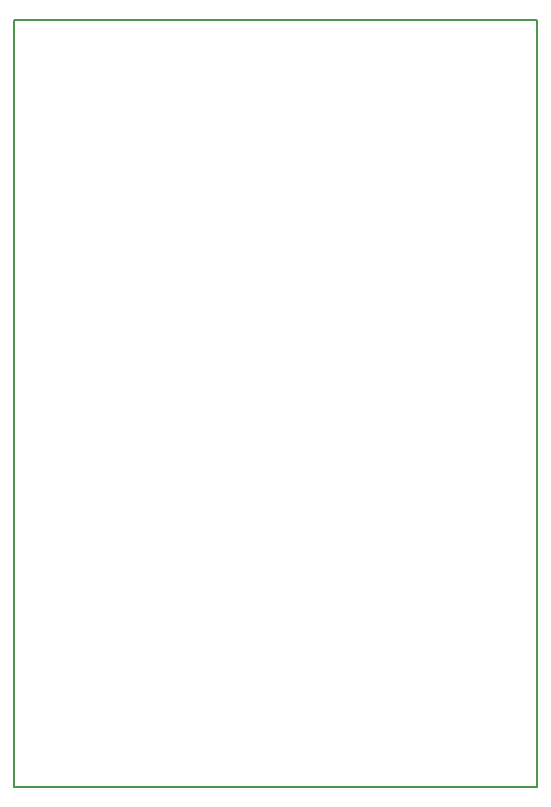
<source format=gbr>
G04 DipTrace Beta 2.9.0.1*
G04 BoardOutline.gbr*
%MOIN*%
G04 #@! TF.FileFunction,Profile*
G04 #@! TF.Part,Single*
%ADD11C,0.006*%
%FSLAX26Y26*%
G04*
G70*
G90*
G75*
G01*
G04 BoardOutline*
%LPD*%
X394000Y2950249D2*
D11*
Y394000D1*
X2137751D1*
Y2950249D1*
X394000D1*
M02*

</source>
